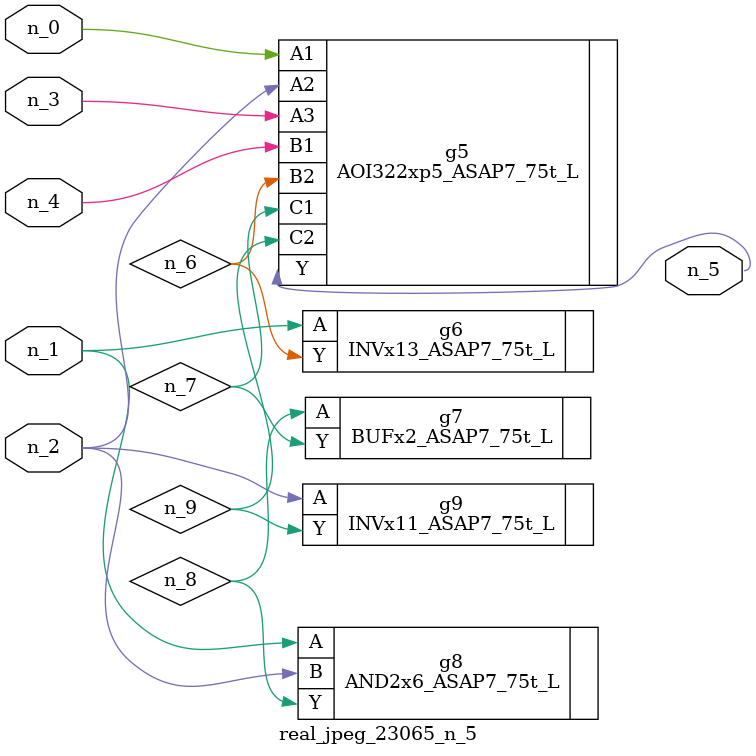
<source format=v>
module real_jpeg_23065_n_5 (n_4, n_0, n_1, n_2, n_3, n_5);

input n_4;
input n_0;
input n_1;
input n_2;
input n_3;

output n_5;

wire n_8;
wire n_6;
wire n_7;
wire n_9;

AOI322xp5_ASAP7_75t_L g5 ( 
.A1(n_0),
.A2(n_2),
.A3(n_3),
.B1(n_4),
.B2(n_6),
.C1(n_7),
.C2(n_9),
.Y(n_5)
);

INVx13_ASAP7_75t_L g6 ( 
.A(n_1),
.Y(n_6)
);

AND2x6_ASAP7_75t_L g8 ( 
.A(n_1),
.B(n_2),
.Y(n_8)
);

INVx11_ASAP7_75t_L g9 ( 
.A(n_2),
.Y(n_9)
);

BUFx2_ASAP7_75t_L g7 ( 
.A(n_8),
.Y(n_7)
);


endmodule
</source>
